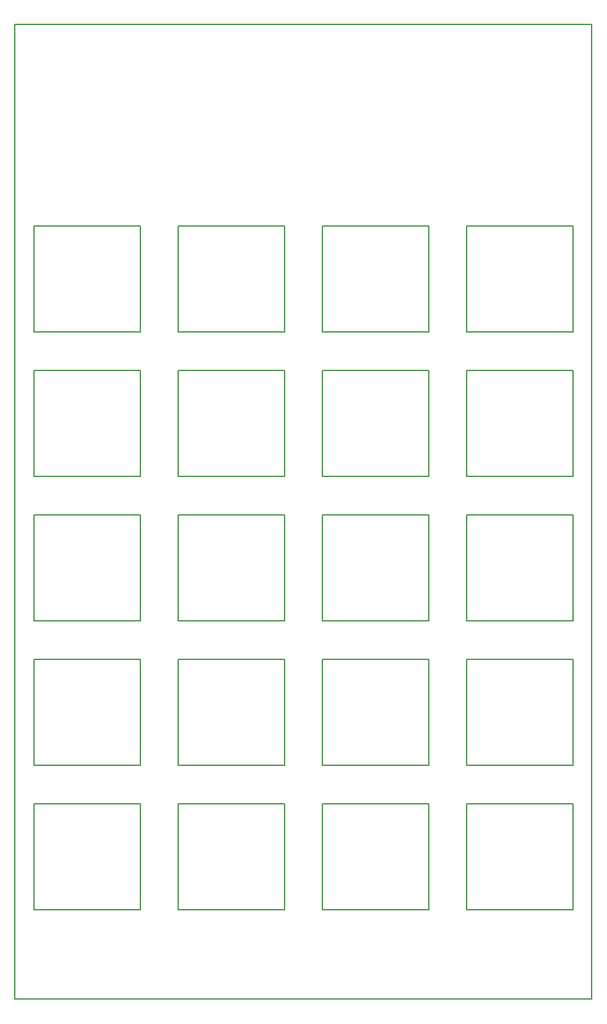
<source format=gm1>
%TF.GenerationSoftware,KiCad,Pcbnew,8.0.6*%
%TF.CreationDate,2024-11-05T14:38:24+11:00*%
%TF.ProjectId,CherrySwitches_3U15HP5x4,43686572-7279-4537-9769-74636865735f,rev?*%
%TF.SameCoordinates,Original*%
%TF.FileFunction,Profile,NP*%
%FSLAX46Y46*%
G04 Gerber Fmt 4.6, Leading zero omitted, Abs format (unit mm)*
G04 Created by KiCad (PCBNEW 8.0.6) date 2024-11-05 14:38:24*
%MOMM*%
%LPD*%
G01*
G04 APERTURE LIST*
%TA.AperFunction,Profile*%
%ADD10C,0.150000*%
%TD*%
G04 APERTURE END LIST*
D10*
X0Y-2425000D02*
X76200000Y-2425000D01*
X76200000Y-130925000D01*
X0Y-130925000D01*
X0Y-2425000D01*
%TO.C,SW19*%
X59675000Y-86100000D02*
X73675000Y-86100000D01*
X73675000Y-100100000D01*
X59675000Y-100100000D01*
X59675000Y-86100000D01*
%TO.C,SW2*%
X2524970Y-48000000D02*
X16524970Y-48000000D01*
X16524970Y-62000000D01*
X2524970Y-62000000D01*
X2524970Y-48000000D01*
%TO.C,SW16*%
X59675000Y-28950000D02*
X73675000Y-28950000D01*
X73675000Y-42950000D01*
X59675000Y-42950000D01*
X59675000Y-28950000D01*
%TO.C,SW5*%
X2524970Y-105150000D02*
X16524970Y-105150000D01*
X16524970Y-119150000D01*
X2524970Y-119150000D01*
X2524970Y-105150000D01*
%TO.C,SW7*%
X21575000Y-48000000D02*
X35575000Y-48000000D01*
X35575000Y-62000000D01*
X21575000Y-62000000D01*
X21575000Y-48000000D01*
%TO.C,SW14*%
X40625000Y-86100000D02*
X54625000Y-86100000D01*
X54625000Y-100100000D01*
X40625000Y-100100000D01*
X40625000Y-86100000D01*
%TO.C,SW11*%
X40625000Y-28950000D02*
X54625000Y-28950000D01*
X54625000Y-42950000D01*
X40625000Y-42950000D01*
X40625000Y-28950000D01*
%TO.C,SW18*%
X59675000Y-67050000D02*
X73675000Y-67050000D01*
X73675000Y-81050000D01*
X59675000Y-81050000D01*
X59675000Y-67050000D01*
%TO.C,SW10*%
X21575000Y-105150000D02*
X35575000Y-105150000D01*
X35575000Y-119150000D01*
X21575000Y-119150000D01*
X21575000Y-105150000D01*
%TO.C,SW17*%
X59675000Y-48000000D02*
X73675000Y-48000000D01*
X73675000Y-62000000D01*
X59675000Y-62000000D01*
X59675000Y-48000000D01*
%TO.C,SW1*%
X2524970Y-28950000D02*
X16524970Y-28950000D01*
X16524970Y-42950000D01*
X2524970Y-42950000D01*
X2524970Y-28950000D01*
%TO.C,SW4*%
X2524970Y-86100000D02*
X16524970Y-86100000D01*
X16524970Y-100100000D01*
X2524970Y-100100000D01*
X2524970Y-86100000D01*
%TO.C,SW13*%
X40625000Y-67050000D02*
X54625000Y-67050000D01*
X54625000Y-81050000D01*
X40625000Y-81050000D01*
X40625000Y-67050000D01*
%TO.C,SW3*%
X2524970Y-67050000D02*
X16524970Y-67050000D01*
X16524970Y-81050000D01*
X2524970Y-81050000D01*
X2524970Y-67050000D01*
%TO.C,SW20*%
X59675000Y-105150000D02*
X73675000Y-105150000D01*
X73675000Y-119150000D01*
X59675000Y-119150000D01*
X59675000Y-105150000D01*
%TO.C,SW8*%
X21575000Y-67050000D02*
X35575000Y-67050000D01*
X35575000Y-81050000D01*
X21575000Y-81050000D01*
X21575000Y-67050000D01*
%TO.C,SW12*%
X40625000Y-48000000D02*
X54625000Y-48000000D01*
X54625000Y-62000000D01*
X40625000Y-62000000D01*
X40625000Y-48000000D01*
%TO.C,SW15*%
X40625000Y-105150000D02*
X54625000Y-105150000D01*
X54625000Y-119150000D01*
X40625000Y-119150000D01*
X40625000Y-105150000D01*
%TO.C,SW6*%
X21575000Y-28950000D02*
X35575000Y-28950000D01*
X35575000Y-42950000D01*
X21575000Y-42950000D01*
X21575000Y-28950000D01*
%TO.C,SW9*%
X21575000Y-86100000D02*
X35575000Y-86100000D01*
X35575000Y-100100000D01*
X21575000Y-100100000D01*
X21575000Y-86100000D01*
%TD*%
M02*

</source>
